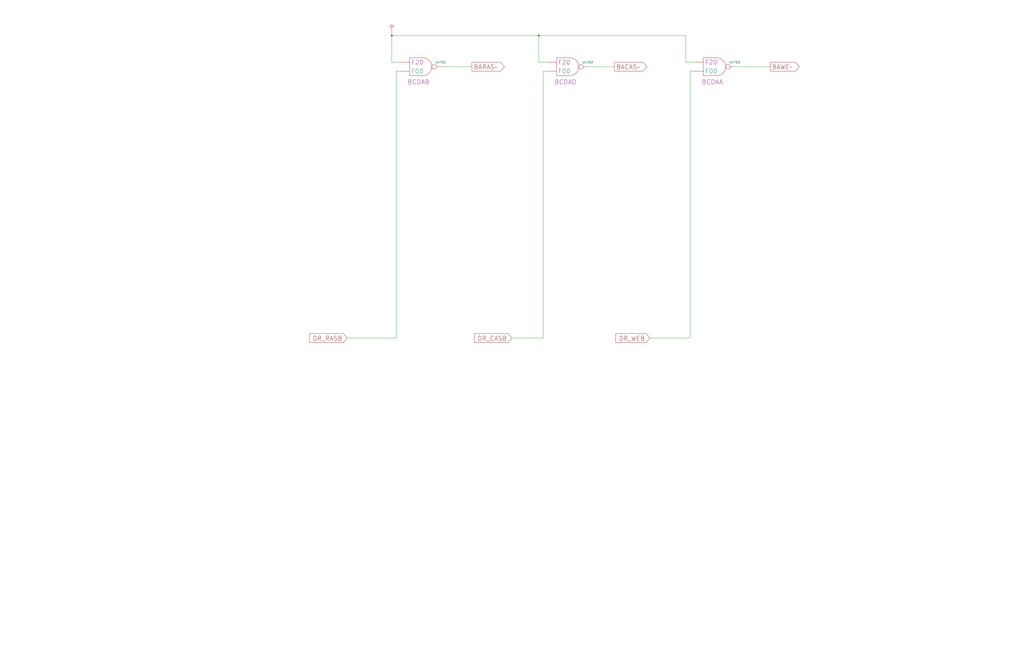
<source format=kicad_sch>
(kicad_sch (version 20250114) (generator "eeschema") (generator_version "9.0")
  (paper "User" 584.2 378.46)
  (title_block (title "PLANEB\\nRAS, CAS, WE GENERATION") (date "08-MAR-90") (rev "0.0") (comment 1 "MEM32 BOARD") (comment 2 "232-003066") (comment 3 "S400") (comment 4 "RELEASED"))
  (lib_symbols
    (symbol "r1000:F00" (pin_numbers (hide yes)) (pin_names (hide yes))
      (property "Reference" "U" (at 15.24 0 0))
      (property "Value" "F00" (at 1.905 -5.08 0))
      (property "Location" "___" (at 1.905 0 0))
      (property "Name" "______" (at 2.54 -12.7 0))
      (symbol "F00_0_1"
        (polyline (pts (xy -2.54 2.54) (xy -2.54 -7.62)) (stroke (width 0.1524)))
        (polyline (pts (xy -2.54 2.54) (xy 5.08 2.54)) (stroke (width 0.1524)))
        (polyline (pts (xy -2.54 -7.62) (xy 5.08 -7.62)) (stroke (width 0.1524)))
        (arc (start 5.08 2.54) (mid 10.1281 -2.54) (end 5.08 -7.62) (stroke (width 0.1524)))
        (circle (center 11.43 -2.54) (radius 1.27) (stroke (width 0.1524)))
      )
      (symbol "F00_0_2"
        (arc (start -3.175 2.54) (mid -2.134 -2.54) (end -3.175 -7.62) (stroke (width 0.1524)))
        (circle (center -3.81 0) (radius 1.27) (stroke (width 0.1524)))
        (circle (center -3.81 -5.08) (radius 1.27) (stroke (width 0.1524)))
        (polyline (pts (xy -3.175 2.54) (xy 3.81 2.54)) (stroke (width 0.1524)))
        (polyline (pts (xy -3.175 -7.62) (xy 3.81 -7.62)) (stroke (width 0.1524)))
        (arc (start 3.81 2.54) (mid 7.5828 0.7472) (end 10.16 -2.54) (stroke (width 0.1524)))
        (arc (start 10.16 -2.54) (mid 7.5855 -5.8306) (end 3.81 -7.62) (stroke (width 0.1524)))
      )
      (symbol "F00_1_1"
        (pin input line (at -7.62 0 0) (length 5.08) (name "D0") (number "1"))
        (pin input line (at -7.62 -5.08 0) (length 5.08) (name "D1") (number "2"))
        (pin output line (at 15.24 -2.54 180) (length 2.54) (name "Q") (number "3"))
      )
      (symbol "F00_1_2"
        (pin input line (at -7.62 0 0) (length 2.54) (name "D0") (number "1"))
        (pin input line (at -7.62 -5.08 0) (length 2.54) (name "D1") (number "2"))
        (pin output line (at 15.24 -2.54 180) (length 5.08) (name "Q") (number "3"))
      )
    )
    (symbol "r1000:PU" (power) (pin_numbers (hide yes)) (pin_names (hide yes))
      (symbol "PU_0_1"
        (polyline (pts (xy 0 2.54) (xy -1.27 2.54) (xy 0 3.81) (xy 1.27 2.54) (xy 0 2.54)) (stroke (width 0.1524)))
      )
      (symbol "PU_1_1"
        (pin power_in line (at 0 0 90) (length 2.54) (name "PU") (number "1"))
      )
    )
  )
  (junction (at 223.52 20.32))
  (junction (at 307.34 20.32))
  (wire (pts (xy 223.52 35.56) (xy 223.52 20.32)))
  (wire (pts (xy 309.88 193.04) (xy 309.88 40.64)))
  (wire (pts (xy 251.46 38.1) (xy 269.24 38.1)))
  (wire (pts (xy 223.52 20.32) (xy 223.52 17.78)))
  (wire (pts (xy 292.1 193.04) (xy 309.88 193.04)))
  (wire (pts (xy 307.34 20.32) (xy 307.34 35.56)))
  (wire (pts (xy 370.84 193.04) (xy 393.7 193.04)))
  (wire (pts (xy 226.06 40.64) (xy 228.6 40.64)))
  (wire (pts (xy 335.28 38.1) (xy 350.52 38.1)))
  (wire (pts (xy 307.34 20.32) (xy 391.16 20.32)))
  (wire (pts (xy 198.12 193.04) (xy 226.06 193.04)))
  (wire (pts (xy 226.06 193.04) (xy 226.06 40.64)))
  (wire (pts (xy 393.7 40.64) (xy 396.24 40.64)))
  (wire (pts (xy 419.1 38.1) (xy 439.42 38.1)))
  (wire (pts (xy 393.7 193.04) (xy 393.7 40.64)))
  (wire (pts (xy 223.52 20.32) (xy 307.34 20.32)))
  (wire (pts (xy 312.42 35.56) (xy 307.34 35.56)))
  (wire (pts (xy 228.6 35.56) (xy 223.52 35.56)))
  (wire (pts (xy 309.88 40.64) (xy 312.42 40.64)))
  (wire (pts (xy 396.24 35.56) (xy 391.16 35.56)))
  (wire (pts (xy 391.16 35.56) (xy 391.16 20.32)))
  (global_label "DR_CASB" (shape input) (at 292.1 193.04 180) (effects (font (size 2.54 2.54))) (property "Intersheetrefs" "${INTERSHEET_REFS}" (at 270.5826 192.8813 0) (effects (font (size 1.905 1.905)) (justify right))))
  (global_label "DR_RASB" (shape input) (at 198.12 193.04 180) (effects (font (size 2.54 2.54))) (property "Intersheetrefs" "${INTERSHEET_REFS}" (at 176.6026 192.8813 0) (effects (font (size 1.905 1.905)) (justify right))))
  (global_label "BACAS~" (shape output) (at 350.52 38.1 0) (effects (font (size 2.54 2.54))) (property "Intersheetrefs" "${INTERSHEET_REFS}" (at 369.0136 37.9413 0) (effects (font (size 1.905 1.905)) (justify left))))
  (global_label "DR_WEB" (shape input) (at 370.84 193.04 180) (effects (font (size 2.54 2.54))) (property "Intersheetrefs" "${INTERSHEET_REFS}" (at 351.2578 192.8813 0) (effects (font (size 1.905 1.905)) (justify right))))
  (global_label "BARAS~" (shape output) (at 269.24 38.1 0) (effects (font (size 2.54 2.54))) (property "Intersheetrefs" "${INTERSHEET_REFS}" (at 287.7336 37.9413 0) (effects (font (size 1.905 1.905)) (justify left))))
  (global_label "BAWE~" (shape output) (at 439.42 38.1 0) (effects (font (size 2.54 2.54))) (property "Intersheetrefs" "${INTERSHEET_REFS}" (at 455.9784 37.9413 0) (effects (font (size 1.905 1.905)) (justify left))))
  (symbol (lib_id "r1000:F00") (at 403.86 35.56 0) (unit 1)
    (property "Reference" "U4703" (at 419.1 35.56 0))
    (property "Value" "F00" (at 405.765 40.64 0) (effects (font (size 2.54 2.54))))
    (property "Location" "F20" (at 405.765 35.56 0) (effects (font (size 2.54 2.54))))
    (property "Name" "BCDAA" (at 406.4 48.26 0) (effects (font (size 2.54 2.54)) (justify bottom)))
  )
  (symbol (lib_id "r1000:F00") (at 320.04 35.56 0) (unit 1)
    (property "Reference" "U4702" (at 335.28 35.56 0))
    (property "Value" "F00" (at 321.945 40.64 0) (effects (font (size 2.54 2.54))))
    (property "Location" "F20" (at 321.945 35.56 0) (effects (font (size 2.54 2.54))))
    (property "Name" "BCDAD" (at 322.58 48.26 0) (effects (font (size 2.54 2.54)) (justify bottom)))
  )
  (symbol (lib_id "r1000:PU") (at 223.52 17.78 0) (unit 1)
    (property "Reference" "#PWR04701" (effects (hide yes)))
    (property "Value" "PU" (effects (hide yes)))
  )
  (symbol (lib_id "r1000:F00") (at 236.22 35.56 0) (unit 1)
    (property "Reference" "U4701" (at 251.46 35.56 0))
    (property "Value" "F00" (at 238.125 40.64 0) (effects (font (size 2.54 2.54))))
    (property "Location" "F20" (at 238.125 35.56 0) (effects (font (size 2.54 2.54))))
    (property "Name" "BCDAB" (at 238.76 48.26 0) (effects (font (size 2.54 2.54)) (justify bottom)))
  )
)
</source>
